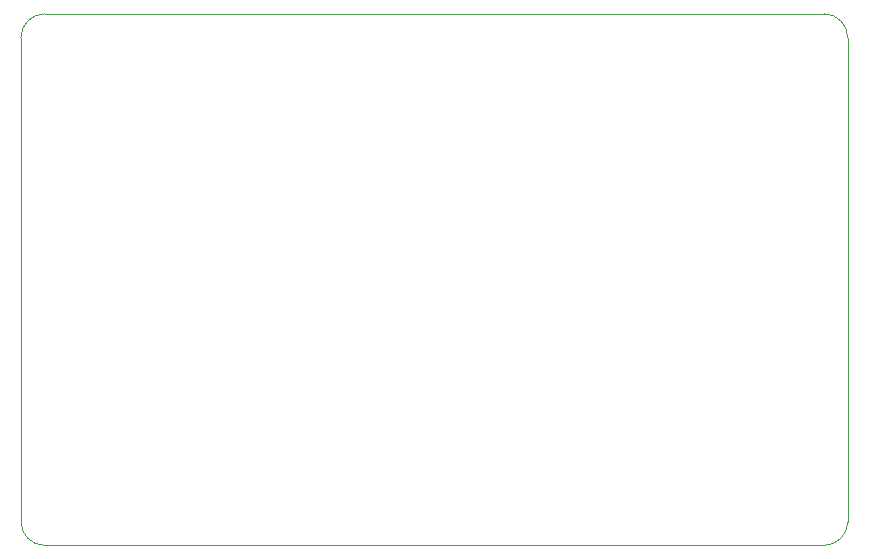
<source format=gbr>
%TF.GenerationSoftware,KiCad,Pcbnew,(5.1.9)-1*%
%TF.CreationDate,2021-03-27T11:47:09+01:00*%
%TF.ProjectId,ESP32_Tasmota_Fan,45535033-325f-4546-9173-6d6f74615f46,rev?*%
%TF.SameCoordinates,Original*%
%TF.FileFunction,Profile,NP*%
%FSLAX46Y46*%
G04 Gerber Fmt 4.6, Leading zero omitted, Abs format (unit mm)*
G04 Created by KiCad (PCBNEW (5.1.9)-1) date 2021-03-27 11:47:09*
%MOMM*%
%LPD*%
G01*
G04 APERTURE LIST*
%TA.AperFunction,Profile*%
%ADD10C,0.050000*%
%TD*%
G04 APERTURE END LIST*
D10*
X84380000Y-105925000D02*
G75*
G02*
X86380000Y-103925000I2000000J0D01*
G01*
X86380000Y-148925000D02*
G75*
G02*
X84380000Y-146925000I0J2000000D01*
G01*
X154380000Y-146925000D02*
G75*
G02*
X152380000Y-148925000I-2000000J0D01*
G01*
X152380000Y-103925000D02*
G75*
G02*
X154380000Y-105925000I0J-2000000D01*
G01*
X84380000Y-105925000D02*
X84380000Y-146925000D01*
X152380000Y-103925000D02*
X86380000Y-103925000D01*
X154380000Y-146925000D02*
X154380000Y-105925000D01*
X86380000Y-148925000D02*
X152380000Y-148925000D01*
M02*

</source>
